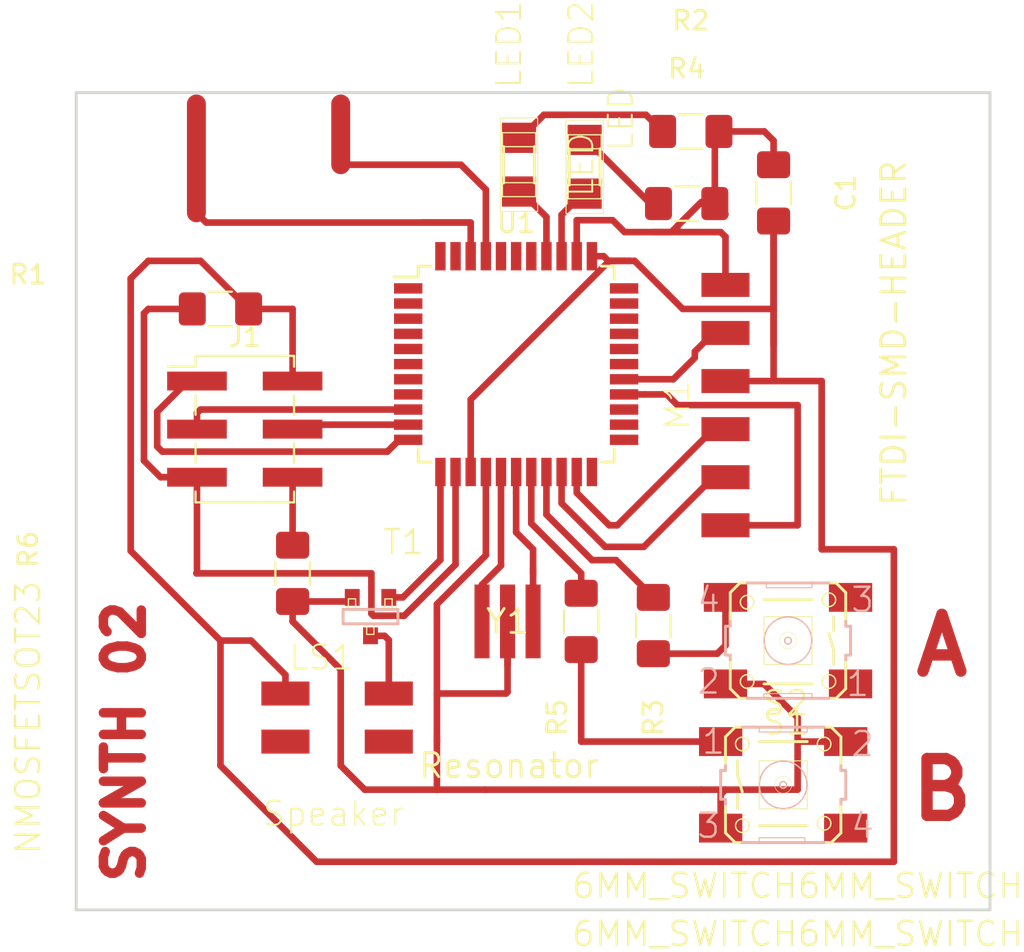
<source format=kicad_pcb>
(kicad_pcb (version 20171130) (host pcbnew 5.0.1)

  (general
    (thickness 1.6)
    (drawings 7)
    (tracks 181)
    (zones 0)
    (modules 17)
    (nets 50)
  )

  (page A4)
  (title_block
    (title "DXH Synth 01")
  )

  (layers
    (0 F.Cu signal)
    (31 B.Cu signal)
    (32 B.Adhes user)
    (33 F.Adhes user)
    (34 B.Paste user)
    (35 F.Paste user)
    (36 B.SilkS user)
    (37 F.SilkS user)
    (38 B.Mask user)
    (39 F.Mask user hide)
    (40 Dwgs.User user)
    (41 Cmts.User user)
    (42 Eco1.User user)
    (43 Eco2.User user)
    (44 Edge.Cuts user)
    (45 Margin user)
    (46 B.CrtYd user)
    (47 F.CrtYd user)
    (48 B.Fab user)
    (49 F.Fab user)
  )

  (setup
    (last_trace_width 0.35)
    (trace_clearance 0.35)
    (zone_clearance 0.508)
    (zone_45_only no)
    (trace_min 0.2)
    (segment_width 0.2)
    (edge_width 0.15)
    (via_size 0.8)
    (via_drill 0.4)
    (via_min_size 0.4)
    (via_min_drill 0.3)
    (uvia_size 0.3)
    (uvia_drill 0.1)
    (uvias_allowed no)
    (uvia_min_size 0.2)
    (uvia_min_drill 0.1)
    (pcb_text_width 0.3)
    (pcb_text_size 1.5 1.5)
    (mod_edge_width 0.15)
    (mod_text_size 1 1)
    (mod_text_width 0.15)
    (pad_size 1.524 1.524)
    (pad_drill 0.762)
    (pad_to_mask_clearance 0.2)
    (solder_mask_min_width 0.25)
    (aux_axis_origin 0 0)
    (visible_elements 7FFFFFFF)
    (pcbplotparams
      (layerselection 0x010fc_ffffffff)
      (usegerberextensions false)
      (usegerberattributes false)
      (usegerberadvancedattributes false)
      (creategerberjobfile false)
      (excludeedgelayer true)
      (linewidth 0.100000)
      (plotframeref false)
      (viasonmask false)
      (mode 1)
      (useauxorigin false)
      (hpglpennumber 1)
      (hpglpenspeed 20)
      (hpglpendiameter 15.000000)
      (psnegative false)
      (psa4output false)
      (plotreference true)
      (plotvalue true)
      (plotinvisibletext false)
      (padsonsilk false)
      (subtractmaskfromsilk false)
      (outputformat 1)
      (mirror false)
      (drillshape 1)
      (scaleselection 1)
      (outputdirectory "./"))
  )

  (net 0 "")
  (net 1 +5V)
  (net 2 /LED1)
  (net 3 /MOSI)
  (net 4 /MISO)
  (net 5 /SCK)
  (net 6 "Net-(S1-Pad1)")
  (net 7 "Net-(S1-Pad3)")
  (net 8 "Net-(R3-Pad2)")
  (net 9 /LED2)
  (net 10 "Net-(R5-Pad2)")
  (net 11 "Net-(S2-Pad1)")
  (net 12 "Net-(S2-Pad3)")
  (net 13 Earth)
  (net 14 /XTAL1)
  (net 15 /XTAL2)
  (net 16 "Net-(LS1-Pad2)")
  (net 17 /SPEAKER)
  (net 18 /SWITCH1)
  (net 19 "Net-(LED1-Pad2)")
  (net 20 "Net-(LED2-Pad2)")
  (net 21 /RESET)
  (net 22 /CTS)
  (net 23 /TXD)
  (net 24 /RXD)
  (net 25 /RTS)
  (net 26 /SWITCH2)
  (net 27 "Net-(U1-Pad1)")
  (net 28 "Net-(U1-Pad2)")
  (net 29 "Net-(U1-Pad3)")
  (net 30 "Net-(U1-Pad4)")
  (net 31 "Net-(U1-Pad5)")
  (net 32 "Net-(U1-Pad6)")
  (net 33 "Net-(U1-Pad7)")
  (net 34 /SS)
  (net 35 "Net-(U1-Pad24)")
  (net 36 "Net-(U1-Pad28)")
  (net 37 "Net-(U1-Pad29)")
  (net 38 "Net-(U1-Pad30)")
  (net 39 "Net-(U1-Pad31)")
  (net 40 "Net-(U1-Pad32)")
  (net 41 "Net-(U1-Pad33)")
  (net 42 "Net-(U1-Pad38)")
  (net 43 "Net-(U1-Pad39)")
  (net 44 "Net-(U1-Pad40)")
  (net 45 "Net-(U1-Pad41)")
  (net 46 "Net-(U1-Pad42)")
  (net 47 "Net-(J1-Pad6)")
  (net 48 "Net-(U1-Pad22)")
  (net 49 "Net-(U1-Pad25)")

  (net_class Default "This is the default net class."
    (clearance 0.35)
    (trace_width 0.35)
    (via_dia 0.8)
    (via_drill 0.4)
    (uvia_dia 0.3)
    (uvia_drill 0.1)
    (diff_pair_gap 0.25)
    (diff_pair_width 0.4)
    (add_net +5V)
    (add_net /CTS)
    (add_net /LED1)
    (add_net /LED2)
    (add_net /MISO)
    (add_net /MOSI)
    (add_net /RESET)
    (add_net /RTS)
    (add_net /RXD)
    (add_net /SCK)
    (add_net /SPEAKER)
    (add_net /SS)
    (add_net /SWITCH1)
    (add_net /SWITCH2)
    (add_net /TXD)
    (add_net /XTAL1)
    (add_net /XTAL2)
    (add_net Earth)
    (add_net "Net-(J1-Pad6)")
    (add_net "Net-(LED1-Pad2)")
    (add_net "Net-(LED2-Pad2)")
    (add_net "Net-(LS1-Pad2)")
    (add_net "Net-(R3-Pad2)")
    (add_net "Net-(R5-Pad2)")
    (add_net "Net-(S1-Pad1)")
    (add_net "Net-(S1-Pad3)")
    (add_net "Net-(S2-Pad1)")
    (add_net "Net-(S2-Pad3)")
    (add_net "Net-(U1-Pad1)")
    (add_net "Net-(U1-Pad2)")
    (add_net "Net-(U1-Pad22)")
    (add_net "Net-(U1-Pad24)")
    (add_net "Net-(U1-Pad25)")
    (add_net "Net-(U1-Pad28)")
    (add_net "Net-(U1-Pad29)")
    (add_net "Net-(U1-Pad3)")
    (add_net "Net-(U1-Pad30)")
    (add_net "Net-(U1-Pad31)")
    (add_net "Net-(U1-Pad32)")
    (add_net "Net-(U1-Pad33)")
    (add_net "Net-(U1-Pad38)")
    (add_net "Net-(U1-Pad39)")
    (add_net "Net-(U1-Pad4)")
    (add_net "Net-(U1-Pad40)")
    (add_net "Net-(U1-Pad41)")
    (add_net "Net-(U1-Pad42)")
    (add_net "Net-(U1-Pad5)")
    (add_net "Net-(U1-Pad6)")
    (add_net "Net-(U1-Pad7)")
  )

  (module Resistor_SMD:R_1206_3216Metric_Pad1.42x1.75mm_HandSolder (layer F.Cu) (tedit 5B301BBD) (tstamp 5BEB715E)
    (at 191.20734 93.491607)
    (descr "Resistor SMD 1206 (3216 Metric), square (rectangular) end terminal, IPC_7351 nominal with elongated pad for handsoldering. (Body size source: http://www.tortai-tech.com/upload/download/2011102023233369053.pdf), generated with kicad-footprint-generator")
    (tags "resistor handsolder")
    (path /5BB6EA41)
    (attr smd)
    (fp_text reference R2 (at 0 -5.861607) (layer F.SilkS)
      (effects (font (size 1 1) (thickness 0.15)))
    )
    (fp_text value 100k (at 3.10266 -5.861607) (layer F.Fab)
      (effects (font (size 1 1) (thickness 0.15)))
    )
    (fp_text user %R (at 0 0) (layer F.Fab)
      (effects (font (size 0.8 0.8) (thickness 0.12)))
    )
    (fp_line (start 2.45 1.12) (end -2.45 1.12) (layer F.CrtYd) (width 0.05))
    (fp_line (start 2.45 -1.12) (end 2.45 1.12) (layer F.CrtYd) (width 0.05))
    (fp_line (start -2.45 -1.12) (end 2.45 -1.12) (layer F.CrtYd) (width 0.05))
    (fp_line (start -2.45 1.12) (end -2.45 -1.12) (layer F.CrtYd) (width 0.05))
    (fp_line (start -0.602064 0.91) (end 0.602064 0.91) (layer F.SilkS) (width 0.12))
    (fp_line (start -0.602064 -0.91) (end 0.602064 -0.91) (layer F.SilkS) (width 0.12))
    (fp_line (start 1.6 0.8) (end -1.6 0.8) (layer F.Fab) (width 0.1))
    (fp_line (start 1.6 -0.8) (end 1.6 0.8) (layer F.Fab) (width 0.1))
    (fp_line (start -1.6 -0.8) (end 1.6 -0.8) (layer F.Fab) (width 0.1))
    (fp_line (start -1.6 0.8) (end -1.6 -0.8) (layer F.Fab) (width 0.1))
    (pad 2 smd roundrect (at 1.4875 0) (size 1.425 1.75) (layers F.Cu F.Paste F.Mask) (roundrect_rratio 0.175439)
      (net 13 Earth))
    (pad 1 smd roundrect (at -1.4875 0) (size 1.425 1.75) (layers F.Cu F.Paste F.Mask) (roundrect_rratio 0.175439)
      (net 19 "Net-(LED1-Pad2)"))
    (model ${KISYS3DMOD}/Resistor_SMD.3dshapes/R_1206_3216Metric.wrl
      (at (xyz 0 0 0))
      (scale (xyz 1 1 1))
      (rotate (xyz 0 0 0))
    )
  )

  (module Connector_PinHeader_2.54mm:PinHeader_2x03_P2.54mm_Vertical_SMD (layer F.Cu) (tedit 59FED5CC) (tstamp 5BEB7102)
    (at 167.655 109.22)
    (descr "surface-mounted straight pin header, 2x03, 2.54mm pitch, double rows")
    (tags "Surface mounted pin header SMD 2x03 2.54mm double row")
    (path /5BB66480)
    (attr smd)
    (fp_text reference J1 (at 0 -4.87) (layer F.SilkS)
      (effects (font (size 1 1) (thickness 0.15)))
    )
    (fp_text value AVR-ISP-6 (at -10.175 0 90) (layer F.Fab)
      (effects (font (size 1 1) (thickness 0.15)))
    )
    (fp_line (start 2.54 3.81) (end -2.54 3.81) (layer F.Fab) (width 0.1))
    (fp_line (start -1.59 -3.81) (end 2.54 -3.81) (layer F.Fab) (width 0.1))
    (fp_line (start -2.54 3.81) (end -2.54 -2.86) (layer F.Fab) (width 0.1))
    (fp_line (start -2.54 -2.86) (end -1.59 -3.81) (layer F.Fab) (width 0.1))
    (fp_line (start 2.54 -3.81) (end 2.54 3.81) (layer F.Fab) (width 0.1))
    (fp_line (start -2.54 -2.86) (end -3.6 -2.86) (layer F.Fab) (width 0.1))
    (fp_line (start -3.6 -2.86) (end -3.6 -2.22) (layer F.Fab) (width 0.1))
    (fp_line (start -3.6 -2.22) (end -2.54 -2.22) (layer F.Fab) (width 0.1))
    (fp_line (start 2.54 -2.86) (end 3.6 -2.86) (layer F.Fab) (width 0.1))
    (fp_line (start 3.6 -2.86) (end 3.6 -2.22) (layer F.Fab) (width 0.1))
    (fp_line (start 3.6 -2.22) (end 2.54 -2.22) (layer F.Fab) (width 0.1))
    (fp_line (start -2.54 -0.32) (end -3.6 -0.32) (layer F.Fab) (width 0.1))
    (fp_line (start -3.6 -0.32) (end -3.6 0.32) (layer F.Fab) (width 0.1))
    (fp_line (start -3.6 0.32) (end -2.54 0.32) (layer F.Fab) (width 0.1))
    (fp_line (start 2.54 -0.32) (end 3.6 -0.32) (layer F.Fab) (width 0.1))
    (fp_line (start 3.6 -0.32) (end 3.6 0.32) (layer F.Fab) (width 0.1))
    (fp_line (start 3.6 0.32) (end 2.54 0.32) (layer F.Fab) (width 0.1))
    (fp_line (start -2.54 2.22) (end -3.6 2.22) (layer F.Fab) (width 0.1))
    (fp_line (start -3.6 2.22) (end -3.6 2.86) (layer F.Fab) (width 0.1))
    (fp_line (start -3.6 2.86) (end -2.54 2.86) (layer F.Fab) (width 0.1))
    (fp_line (start 2.54 2.22) (end 3.6 2.22) (layer F.Fab) (width 0.1))
    (fp_line (start 3.6 2.22) (end 3.6 2.86) (layer F.Fab) (width 0.1))
    (fp_line (start 3.6 2.86) (end 2.54 2.86) (layer F.Fab) (width 0.1))
    (fp_line (start -2.6 -3.87) (end 2.6 -3.87) (layer F.SilkS) (width 0.12))
    (fp_line (start -2.6 3.87) (end 2.6 3.87) (layer F.SilkS) (width 0.12))
    (fp_line (start -4.04 -3.3) (end -2.6 -3.3) (layer F.SilkS) (width 0.12))
    (fp_line (start -2.6 -3.87) (end -2.6 -3.3) (layer F.SilkS) (width 0.12))
    (fp_line (start 2.6 -3.87) (end 2.6 -3.3) (layer F.SilkS) (width 0.12))
    (fp_line (start -2.6 3.3) (end -2.6 3.87) (layer F.SilkS) (width 0.12))
    (fp_line (start 2.6 3.3) (end 2.6 3.87) (layer F.SilkS) (width 0.12))
    (fp_line (start -2.6 -1.78) (end -2.6 -0.76) (layer F.SilkS) (width 0.12))
    (fp_line (start 2.6 -1.78) (end 2.6 -0.76) (layer F.SilkS) (width 0.12))
    (fp_line (start -2.6 0.76) (end -2.6 1.78) (layer F.SilkS) (width 0.12))
    (fp_line (start 2.6 0.76) (end 2.6 1.78) (layer F.SilkS) (width 0.12))
    (fp_line (start -5.9 -4.35) (end -5.9 4.35) (layer F.CrtYd) (width 0.05))
    (fp_line (start -5.9 4.35) (end 5.9 4.35) (layer F.CrtYd) (width 0.05))
    (fp_line (start 5.9 4.35) (end 5.9 -4.35) (layer F.CrtYd) (width 0.05))
    (fp_line (start 5.9 -4.35) (end -5.9 -4.35) (layer F.CrtYd) (width 0.05))
    (fp_text user %R (at 0 0 90) (layer F.Fab)
      (effects (font (size 1 1) (thickness 0.15)))
    )
    (pad 1 smd rect (at -2.525 -2.54) (size 3.15 1) (layers F.Cu F.Paste F.Mask)
      (net 4 /MISO))
    (pad 2 smd rect (at 2.525 -2.54) (size 3.15 1) (layers F.Cu F.Paste F.Mask)
      (net 1 +5V))
    (pad 3 smd rect (at -2.525 0) (size 3.15 1) (layers F.Cu F.Paste F.Mask)
      (net 5 /SCK))
    (pad 4 smd rect (at 2.525 0) (size 3.15 1) (layers F.Cu F.Paste F.Mask)
      (net 3 /MOSI))
    (pad 5 smd rect (at -2.525 2.54) (size 3.15 1) (layers F.Cu F.Paste F.Mask)
      (net 21 /RESET))
    (pad 6 smd rect (at 2.525 2.54) (size 3.15 1) (layers F.Cu F.Paste F.Mask)
      (net 47 "Net-(J1-Pad6)"))
    (model ${KISYS3DMOD}/Connector_PinHeader_2.54mm.3dshapes/PinHeader_2x03_P2.54mm_Vertical_SMD.wrl
      (at (xyz 0 0 0))
      (scale (xyz 1 1 1))
      (rotate (xyz 0 0 0))
    )
  )

  (module Capacitor_SMD:C_1206_3216Metric_Pad1.42x1.75mm_HandSolder (layer F.Cu) (tedit 5B301BBE) (tstamp 5BEB70D1)
    (at 195.58 96.7375 90)
    (descr "Capacitor SMD 1206 (3216 Metric), square (rectangular) end terminal, IPC_7351 nominal with elongated pad for handsoldering. (Body size source: http://www.tortai-tech.com/upload/download/2011102023233369053.pdf), generated with kicad-footprint-generator")
    (tags "capacitor handsolder")
    (path /5BB665F6)
    (attr smd)
    (fp_text reference C1 (at 0 3.81 90) (layer F.SilkS)
      (effects (font (size 1 1) (thickness 0.15)))
    )
    (fp_text value "1 uF" (at 0 1.82 90) (layer F.Fab)
      (effects (font (size 1 1) (thickness 0.15)))
    )
    (fp_text user %R (at 0.164999 -0.615001 90) (layer F.Fab)
      (effects (font (size 0.8 0.8) (thickness 0.12)))
    )
    (fp_line (start 2.45 1.12) (end -2.45 1.12) (layer F.CrtYd) (width 0.05))
    (fp_line (start 2.45 -1.12) (end 2.45 1.12) (layer F.CrtYd) (width 0.05))
    (fp_line (start -2.45 -1.12) (end 2.45 -1.12) (layer F.CrtYd) (width 0.05))
    (fp_line (start -2.45 1.12) (end -2.45 -1.12) (layer F.CrtYd) (width 0.05))
    (fp_line (start -0.602064 0.91) (end 0.602064 0.91) (layer F.SilkS) (width 0.12))
    (fp_line (start -0.602064 -0.91) (end 0.602064 -0.91) (layer F.SilkS) (width 0.12))
    (fp_line (start 1.6 0.8) (end -1.6 0.8) (layer F.Fab) (width 0.1))
    (fp_line (start 1.6 -0.8) (end 1.6 0.8) (layer F.Fab) (width 0.1))
    (fp_line (start -1.6 -0.8) (end 1.6 -0.8) (layer F.Fab) (width 0.1))
    (fp_line (start -1.6 0.8) (end -1.6 -0.8) (layer F.Fab) (width 0.1))
    (pad 2 smd roundrect (at 1.4875 0 90) (size 1.425 1.75) (layers F.Cu F.Paste F.Mask) (roundrect_rratio 0.175439)
      (net 13 Earth))
    (pad 1 smd roundrect (at -1.4875 0 90) (size 1.425 1.75) (layers F.Cu F.Paste F.Mask) (roundrect_rratio 0.175439)
      (net 1 +5V))
    (model ${KISYS3DMOD}/Capacitor_SMD.3dshapes/C_1206_3216Metric.wrl
      (at (xyz 0 0 0))
      (scale (xyz 1 1 1))
      (rotate (xyz 0 0 0))
    )
  )

  (module fab:fab-LED1206 (layer F.Cu) (tedit 200000) (tstamp 5BEB7116)
    (at 182.138099 95.247313 90)
    (descr "LED 1206 PADS (STANDARD PATTERN)")
    (tags "LED 1206 PADS (STANDARD PATTERN)")
    (path /5BB6E9C2)
    (attr smd)
    (fp_text reference LED1 (at 6.347313 -0.528099 90) (layer F.SilkS)
      (effects (font (size 1.27 1.27) (thickness 0.1016)))
    )
    (fp_text value LED (at -0.002687 3.281901 90) (layer F.SilkS)
      (effects (font (size 1.27 1.27) (thickness 0.1016)))
    )
    (fp_line (start -1.6891 0.8763) (end -0.9525 0.8763) (layer F.SilkS) (width 0.06604))
    (fp_line (start -0.9525 0.8763) (end -0.9525 -0.8763) (layer F.SilkS) (width 0.06604))
    (fp_line (start -1.6891 -0.8763) (end -0.9525 -0.8763) (layer F.SilkS) (width 0.06604))
    (fp_line (start -1.6891 0.8763) (end -1.6891 -0.8763) (layer F.SilkS) (width 0.06604))
    (fp_line (start 0.9525 0.8763) (end 1.6891 0.8763) (layer F.SilkS) (width 0.06604))
    (fp_line (start 1.6891 0.8763) (end 1.6891 -0.8763) (layer F.SilkS) (width 0.06604))
    (fp_line (start 0.9525 -0.8763) (end 1.6891 -0.8763) (layer F.SilkS) (width 0.06604))
    (fp_line (start 0.9525 0.8763) (end 0.9525 -0.8763) (layer F.SilkS) (width 0.06604))
    (fp_line (start 0.9525 0.8128) (end -0.9652 0.8128) (layer F.SilkS) (width 0.1524))
    (fp_line (start 0.9525 -0.8128) (end -0.9652 -0.8128) (layer F.SilkS) (width 0.1524))
    (fp_line (start -2.47142 -0.98298) (end 2.47142 -0.98298) (layer F.SilkS) (width 0.0508))
    (fp_line (start 2.47142 -0.98298) (end 2.47142 0.98298) (layer F.SilkS) (width 0.0508))
    (fp_line (start 2.47142 0.98298) (end -2.47142 0.98298) (layer F.SilkS) (width 0.0508))
    (fp_line (start -2.47142 0.98298) (end -2.47142 -0.98298) (layer F.SilkS) (width 0.0508))
    (pad 1 smd rect (at -1.41986 0 90) (size 1.59766 1.80086) (layers F.Cu F.Paste F.Mask)
      (net 2 /LED1))
    (pad 2 smd rect (at 1.41986 0 90) (size 1.59766 1.80086) (layers F.Cu F.Paste F.Mask)
      (net 19 "Net-(LED1-Pad2)"))
  )

  (module fab:fab-LED1206 (layer F.Cu) (tedit 200000) (tstamp 5BEB712A)
    (at 185.603486 95.357276 90)
    (descr "LED 1206 PADS (STANDARD PATTERN)")
    (tags "LED 1206 PADS (STANDARD PATTERN)")
    (path /5BD4E9C7)
    (attr smd)
    (fp_text reference LED2 (at 6.457276 -0.183486 90) (layer F.SilkS)
      (effects (font (size 1.27 1.27) (thickness 0.1016)))
    )
    (fp_text value LED (at 2.54 1.905 90) (layer F.SilkS)
      (effects (font (size 1.27 1.27) (thickness 0.1016)))
    )
    (fp_line (start -2.47142 0.98298) (end -2.47142 -0.98298) (layer F.SilkS) (width 0.0508))
    (fp_line (start 2.47142 0.98298) (end -2.47142 0.98298) (layer F.SilkS) (width 0.0508))
    (fp_line (start 2.47142 -0.98298) (end 2.47142 0.98298) (layer F.SilkS) (width 0.0508))
    (fp_line (start -2.47142 -0.98298) (end 2.47142 -0.98298) (layer F.SilkS) (width 0.0508))
    (fp_line (start 0.9525 -0.8128) (end -0.9652 -0.8128) (layer F.SilkS) (width 0.1524))
    (fp_line (start 0.9525 0.8128) (end -0.9652 0.8128) (layer F.SilkS) (width 0.1524))
    (fp_line (start 0.9525 0.8763) (end 0.9525 -0.8763) (layer F.SilkS) (width 0.06604))
    (fp_line (start 0.9525 -0.8763) (end 1.6891 -0.8763) (layer F.SilkS) (width 0.06604))
    (fp_line (start 1.6891 0.8763) (end 1.6891 -0.8763) (layer F.SilkS) (width 0.06604))
    (fp_line (start 0.9525 0.8763) (end 1.6891 0.8763) (layer F.SilkS) (width 0.06604))
    (fp_line (start -1.6891 0.8763) (end -1.6891 -0.8763) (layer F.SilkS) (width 0.06604))
    (fp_line (start -1.6891 -0.8763) (end -0.9525 -0.8763) (layer F.SilkS) (width 0.06604))
    (fp_line (start -0.9525 0.8763) (end -0.9525 -0.8763) (layer F.SilkS) (width 0.06604))
    (fp_line (start -1.6891 0.8763) (end -0.9525 0.8763) (layer F.SilkS) (width 0.06604))
    (pad 2 smd rect (at 1.41986 0 90) (size 1.59766 1.80086) (layers F.Cu F.Paste F.Mask)
      (net 20 "Net-(LED2-Pad2)"))
    (pad 1 smd rect (at -1.41986 0 90) (size 1.59766 1.80086) (layers F.Cu F.Paste F.Mask)
      (net 9 /LED2))
  )

  (module fab:fab-2X02SMD (layer F.Cu) (tedit 200000) (tstamp 5BEB7132)
    (at 172.34154 124.46)
    (path /5BD39ECD)
    (attr smd)
    (fp_text reference LS1 (at -0.635 -3.175) (layer F.SilkS)
      (effects (font (size 1.27 1.27) (thickness 0.1016)))
    )
    (fp_text value Speaker (at 0 5.08) (layer F.SilkS)
      (effects (font (size 1.27 1.27) (thickness 0.1016)))
    )
    (pad 1 smd rect (at -2.54 -1.27) (size 2.54 1.27) (layers F.Cu F.Paste F.Mask)
      (net 1 +5V))
    (pad 2 smd rect (at 2.91846 -1.27) (size 2.54 1.27) (layers F.Cu F.Paste F.Mask)
      (net 16 "Net-(LS1-Pad2)"))
    (pad 3 smd rect (at -2.54 1.27) (size 2.54 1.27) (layers F.Cu F.Paste F.Mask))
    (pad 4 smd rect (at 2.91846 1.27) (size 2.54 1.27) (layers F.Cu F.Paste F.Mask))
  )

  (module fab:fab-1X06SMD (layer F.Cu) (tedit 200000) (tstamp 5BEB713C)
    (at 193.04 107.95)
    (path /5BB6A60E)
    (attr smd)
    (fp_text reference M1 (at -2.54 0 90) (layer F.SilkS)
      (effects (font (size 1.27 1.27) (thickness 0.1016)))
    )
    (fp_text value FTDI-SMD-HEADER (at 8.89 -3.81 270) (layer F.SilkS)
      (effects (font (size 1.27 1.27) (thickness 0.15)))
    )
    (pad 1 smd rect (at 0 -6.35) (size 2.54 1.27) (layers F.Cu F.Paste F.Mask)
      (net 13 Earth))
    (pad 2 smd rect (at 0 -3.81) (size 2.54 1.27) (layers F.Cu F.Paste F.Mask)
      (net 22 /CTS))
    (pad 3 smd rect (at 0 -1.27) (size 2.54 1.27) (layers F.Cu F.Paste F.Mask)
      (net 1 +5V))
    (pad 4 smd rect (at 0 1.27) (size 2.54 1.27) (layers F.Cu F.Paste F.Mask)
      (net 23 /TXD))
    (pad 5 smd rect (at 0 3.81) (size 2.54 1.27) (layers F.Cu F.Paste F.Mask)
      (net 24 /RXD))
    (pad 6 smd rect (at 0 6.35) (size 2.54 1.27) (layers F.Cu F.Paste F.Mask)
      (net 25 /RTS))
  )

  (module Resistor_SMD:R_1206_3216Metric_Pad1.42x1.75mm_HandSolder (layer F.Cu) (tedit 5B301BBD) (tstamp 5BEB714D)
    (at 166.37 102.87)
    (descr "Resistor SMD 1206 (3216 Metric), square (rectangular) end terminal, IPC_7351 nominal with elongated pad for handsoldering. (Body size source: http://www.tortai-tech.com/upload/download/2011102023233369053.pdf), generated with kicad-footprint-generator")
    (tags "resistor handsolder")
    (path /5BB652E2)
    (attr smd)
    (fp_text reference R1 (at -10.16 -1.82) (layer F.SilkS)
      (effects (font (size 1 1) (thickness 0.15)))
    )
    (fp_text value 10k (at -10.16 0) (layer F.Fab)
      (effects (font (size 1 1) (thickness 0.15)))
    )
    (fp_line (start -1.6 0.8) (end -1.6 -0.8) (layer F.Fab) (width 0.1))
    (fp_line (start -1.6 -0.8) (end 1.6 -0.8) (layer F.Fab) (width 0.1))
    (fp_line (start 1.6 -0.8) (end 1.6 0.8) (layer F.Fab) (width 0.1))
    (fp_line (start 1.6 0.8) (end -1.6 0.8) (layer F.Fab) (width 0.1))
    (fp_line (start -0.602064 -0.91) (end 0.602064 -0.91) (layer F.SilkS) (width 0.12))
    (fp_line (start -0.602064 0.91) (end 0.602064 0.91) (layer F.SilkS) (width 0.12))
    (fp_line (start -2.45 1.12) (end -2.45 -1.12) (layer F.CrtYd) (width 0.05))
    (fp_line (start -2.45 -1.12) (end 2.45 -1.12) (layer F.CrtYd) (width 0.05))
    (fp_line (start 2.45 -1.12) (end 2.45 1.12) (layer F.CrtYd) (width 0.05))
    (fp_line (start 2.45 1.12) (end -2.45 1.12) (layer F.CrtYd) (width 0.05))
    (fp_text user %R (at 0 0) (layer F.Fab)
      (effects (font (size 0.8 0.8) (thickness 0.12)))
    )
    (pad 1 smd roundrect (at -1.4875 0) (size 1.425 1.75) (layers F.Cu F.Paste F.Mask) (roundrect_rratio 0.175439)
      (net 21 /RESET))
    (pad 2 smd roundrect (at 1.4875 0) (size 1.425 1.75) (layers F.Cu F.Paste F.Mask) (roundrect_rratio 0.175439)
      (net 1 +5V))
    (model ${KISYS3DMOD}/Resistor_SMD.3dshapes/R_1206_3216Metric.wrl
      (at (xyz 0 0 0))
      (scale (xyz 1 1 1))
      (rotate (xyz 0 0 0))
    )
  )

  (module Resistor_SMD:R_1206_3216Metric_Pad1.42x1.75mm_HandSolder (layer F.Cu) (tedit 5B301BBD) (tstamp 5BEB716F)
    (at 189.23 119.5975 270)
    (descr "Resistor SMD 1206 (3216 Metric), square (rectangular) end terminal, IPC_7351 nominal with elongated pad for handsoldering. (Body size source: http://www.tortai-tech.com/upload/download/2011102023233369053.pdf), generated with kicad-footprint-generator")
    (tags "resistor handsolder")
    (path /5BB8B977)
    (attr smd)
    (fp_text reference R3 (at 4.8625 0 270) (layer F.SilkS)
      (effects (font (size 1 1) (thickness 0.15)))
    )
    (fp_text value 100k (at 3.5925 0) (layer F.Fab)
      (effects (font (size 1 1) (thickness 0.15)))
    )
    (fp_line (start -1.6 0.8) (end -1.6 -0.8) (layer F.Fab) (width 0.1))
    (fp_line (start -1.6 -0.8) (end 1.6 -0.8) (layer F.Fab) (width 0.1))
    (fp_line (start 1.6 -0.8) (end 1.6 0.8) (layer F.Fab) (width 0.1))
    (fp_line (start 1.6 0.8) (end -1.6 0.8) (layer F.Fab) (width 0.1))
    (fp_line (start -0.602064 -0.91) (end 0.602064 -0.91) (layer F.SilkS) (width 0.12))
    (fp_line (start -0.602064 0.91) (end 0.602064 0.91) (layer F.SilkS) (width 0.12))
    (fp_line (start -2.45 1.12) (end -2.45 -1.12) (layer F.CrtYd) (width 0.05))
    (fp_line (start -2.45 -1.12) (end 2.45 -1.12) (layer F.CrtYd) (width 0.05))
    (fp_line (start 2.45 -1.12) (end 2.45 1.12) (layer F.CrtYd) (width 0.05))
    (fp_line (start 2.45 1.12) (end -2.45 1.12) (layer F.CrtYd) (width 0.05))
    (fp_text user %R (at 0 0 270) (layer F.Fab)
      (effects (font (size 0.8 0.8) (thickness 0.12)))
    )
    (pad 1 smd roundrect (at -1.4875 0 270) (size 1.425 1.75) (layers F.Cu F.Paste F.Mask) (roundrect_rratio 0.175439)
      (net 26 /SWITCH2))
    (pad 2 smd roundrect (at 1.4875 0 270) (size 1.425 1.75) (layers F.Cu F.Paste F.Mask) (roundrect_rratio 0.175439)
      (net 8 "Net-(R3-Pad2)"))
    (model ${KISYS3DMOD}/Resistor_SMD.3dshapes/R_1206_3216Metric.wrl
      (at (xyz 0 0 0))
      (scale (xyz 1 1 1))
      (rotate (xyz 0 0 0))
    )
  )

  (module Resistor_SMD:R_1206_3216Metric_Pad1.42x1.75mm_HandSolder (layer F.Cu) (tedit 5B301BBD) (tstamp 5BEB7180)
    (at 190.98984 97.301607)
    (descr "Resistor SMD 1206 (3216 Metric), square (rectangular) end terminal, IPC_7351 nominal with elongated pad for handsoldering. (Body size source: http://www.tortai-tech.com/upload/download/2011102023233369053.pdf), generated with kicad-footprint-generator")
    (tags "resistor handsolder")
    (path /5BD4E9CE)
    (attr smd)
    (fp_text reference R4 (at 0 -7.131607) (layer F.SilkS)
      (effects (font (size 1 1) (thickness 0.15)))
    )
    (fp_text value 100k (at 3.32016 -7.131607) (layer F.Fab)
      (effects (font (size 1 1) (thickness 0.15)))
    )
    (fp_text user %R (at 0 0) (layer F.Fab)
      (effects (font (size 0.8 0.8) (thickness 0.12)))
    )
    (fp_line (start 2.45 1.12) (end -2.45 1.12) (layer F.CrtYd) (width 0.05))
    (fp_line (start 2.45 -1.12) (end 2.45 1.12) (layer F.CrtYd) (width 0.05))
    (fp_line (start -2.45 -1.12) (end 2.45 -1.12) (layer F.CrtYd) (width 0.05))
    (fp_line (start -2.45 1.12) (end -2.45 -1.12) (layer F.CrtYd) (width 0.05))
    (fp_line (start -0.602064 0.91) (end 0.602064 0.91) (layer F.SilkS) (width 0.12))
    (fp_line (start -0.602064 -0.91) (end 0.602064 -0.91) (layer F.SilkS) (width 0.12))
    (fp_line (start 1.6 0.8) (end -1.6 0.8) (layer F.Fab) (width 0.1))
    (fp_line (start 1.6 -0.8) (end 1.6 0.8) (layer F.Fab) (width 0.1))
    (fp_line (start -1.6 -0.8) (end 1.6 -0.8) (layer F.Fab) (width 0.1))
    (fp_line (start -1.6 0.8) (end -1.6 -0.8) (layer F.Fab) (width 0.1))
    (pad 2 smd roundrect (at 1.4875 0) (size 1.425 1.75) (layers F.Cu F.Paste F.Mask) (roundrect_rratio 0.175439)
      (net 13 Earth))
    (pad 1 smd roundrect (at -1.4875 0) (size 1.425 1.75) (layers F.Cu F.Paste F.Mask) (roundrect_rratio 0.175439)
      (net 20 "Net-(LED2-Pad2)"))
    (model ${KISYS3DMOD}/Resistor_SMD.3dshapes/R_1206_3216Metric.wrl
      (at (xyz 0 0 0))
      (scale (xyz 1 1 1))
      (rotate (xyz 0 0 0))
    )
  )

  (module Resistor_SMD:R_1206_3216Metric_Pad1.42x1.75mm_HandSolder (layer F.Cu) (tedit 5B301BBD) (tstamp 5BEB7191)
    (at 185.42 119.38 270)
    (descr "Resistor SMD 1206 (3216 Metric), square (rectangular) end terminal, IPC_7351 nominal with elongated pad for handsoldering. (Body size source: http://www.tortai-tech.com/upload/download/2011102023233369053.pdf), generated with kicad-footprint-generator")
    (tags "resistor handsolder")
    (path /5BD4F77E)
    (attr smd)
    (fp_text reference R5 (at 5.08 1.27 270) (layer F.SilkS)
      (effects (font (size 1 1) (thickness 0.15)))
    )
    (fp_text value 100k (at 3.81 0) (layer F.Fab)
      (effects (font (size 1 1) (thickness 0.15)))
    )
    (fp_line (start -1.6 0.8) (end -1.6 -0.8) (layer F.Fab) (width 0.1))
    (fp_line (start -1.6 -0.8) (end 1.6 -0.8) (layer F.Fab) (width 0.1))
    (fp_line (start 1.6 -0.8) (end 1.6 0.8) (layer F.Fab) (width 0.1))
    (fp_line (start 1.6 0.8) (end -1.6 0.8) (layer F.Fab) (width 0.1))
    (fp_line (start -0.602064 -0.91) (end 0.602064 -0.91) (layer F.SilkS) (width 0.12))
    (fp_line (start -0.602064 0.91) (end 0.602064 0.91) (layer F.SilkS) (width 0.12))
    (fp_line (start -2.45 1.12) (end -2.45 -1.12) (layer F.CrtYd) (width 0.05))
    (fp_line (start -2.45 -1.12) (end 2.45 -1.12) (layer F.CrtYd) (width 0.05))
    (fp_line (start 2.45 -1.12) (end 2.45 1.12) (layer F.CrtYd) (width 0.05))
    (fp_line (start 2.45 1.12) (end -2.45 1.12) (layer F.CrtYd) (width 0.05))
    (fp_text user %R (at 0 0 270) (layer F.Fab)
      (effects (font (size 0.8 0.8) (thickness 0.12)))
    )
    (pad 1 smd roundrect (at -1.4875 0 270) (size 1.425 1.75) (layers F.Cu F.Paste F.Mask) (roundrect_rratio 0.175439)
      (net 18 /SWITCH1))
    (pad 2 smd roundrect (at 1.4875 0 270) (size 1.425 1.75) (layers F.Cu F.Paste F.Mask) (roundrect_rratio 0.175439)
      (net 10 "Net-(R5-Pad2)"))
    (model ${KISYS3DMOD}/Resistor_SMD.3dshapes/R_1206_3216Metric.wrl
      (at (xyz 0 0 0))
      (scale (xyz 1 1 1))
      (rotate (xyz 0 0 0))
    )
  )

  (module fab:fab-6MM_SWITCH (layer F.Cu) (tedit 200000) (tstamp 5BEB71CF)
    (at 196.342 120.396 180)
    (descr "OMRON SWITCH")
    (tags "OMRON SWITCH")
    (path /5BB7076B)
    (attr smd)
    (fp_text reference S1 (at 0.127 -4.318 180) (layer F.SilkS)
      (effects (font (size 1.27 1.27) (thickness 0.127)))
    )
    (fp_text value 6MM_SWITCH6MM_SWITCH (at -0.508 -15.494 180) (layer F.SilkS)
      (effects (font (size 1.27 1.27) (thickness 0.127)))
    )
    (fp_line (start 3.302 0.762) (end 3.048 0.762) (layer B.SilkS) (width 0.1524))
    (fp_line (start 3.302 0.762) (end 3.302 -0.762) (layer B.SilkS) (width 0.1524))
    (fp_line (start 3.048 -0.762) (end 3.302 -0.762) (layer B.SilkS) (width 0.1524))
    (fp_line (start 3.048 -1.016) (end 3.048 -2.54) (layer F.SilkS) (width 0.1524))
    (fp_line (start -3.302 -0.762) (end -3.048 -0.762) (layer B.SilkS) (width 0.1524))
    (fp_line (start -3.302 -0.762) (end -3.302 0.762) (layer B.SilkS) (width 0.1524))
    (fp_line (start -3.048 0.762) (end -3.302 0.762) (layer B.SilkS) (width 0.1524))
    (fp_line (start 3.048 -2.54) (end 2.54 -3.048) (layer F.SilkS) (width 0.1524))
    (fp_line (start 2.54 3.048) (end 3.048 2.54) (layer F.SilkS) (width 0.1524))
    (fp_line (start 3.048 2.54) (end 3.048 1.016) (layer F.SilkS) (width 0.1524))
    (fp_line (start -2.54 -3.048) (end -3.048 -2.54) (layer F.SilkS) (width 0.1524))
    (fp_line (start -3.048 -2.54) (end -3.048 -1.016) (layer F.SilkS) (width 0.1524))
    (fp_line (start -2.54 3.048) (end -3.048 2.54) (layer F.SilkS) (width 0.1524))
    (fp_line (start -3.048 2.54) (end -3.048 1.016) (layer F.SilkS) (width 0.1524))
    (fp_line (start -1.27 -1.27) (end -1.27 1.27) (layer F.SilkS) (width 0.0508))
    (fp_line (start 1.27 1.27) (end -1.27 1.27) (layer F.SilkS) (width 0.0508))
    (fp_line (start 1.27 1.27) (end 1.27 -1.27) (layer F.SilkS) (width 0.0508))
    (fp_line (start -1.27 -1.27) (end 1.27 -1.27) (layer F.SilkS) (width 0.0508))
    (fp_line (start -1.27 -3.048) (end -1.27 -2.794) (layer B.SilkS) (width 0.0508))
    (fp_line (start 1.27 -2.794) (end -1.27 -2.794) (layer B.SilkS) (width 0.0508))
    (fp_line (start 1.27 -2.794) (end 1.27 -3.048) (layer B.SilkS) (width 0.0508))
    (fp_line (start 1.143 2.794) (end -1.27 2.794) (layer B.SilkS) (width 0.0508))
    (fp_line (start 1.143 2.794) (end 1.143 3.048) (layer B.SilkS) (width 0.0508))
    (fp_line (start -1.27 2.794) (end -1.27 3.048) (layer B.SilkS) (width 0.0508))
    (fp_line (start 2.54 3.048) (end 2.159 3.048) (layer F.SilkS) (width 0.1524))
    (fp_line (start -2.54 3.048) (end -2.159 3.048) (layer F.SilkS) (width 0.1524))
    (fp_line (start -2.159 3.048) (end -1.27 3.048) (layer B.SilkS) (width 0.1524))
    (fp_line (start -2.54 -3.048) (end -2.159 -3.048) (layer F.SilkS) (width 0.1524))
    (fp_line (start 2.54 -3.048) (end 2.159 -3.048) (layer F.SilkS) (width 0.1524))
    (fp_line (start 2.159 -3.048) (end 1.27 -3.048) (layer B.SilkS) (width 0.1524))
    (fp_line (start 1.27 -3.048) (end -1.27 -3.048) (layer B.SilkS) (width 0.1524))
    (fp_line (start -1.27 -3.048) (end -2.159 -3.048) (layer B.SilkS) (width 0.1524))
    (fp_line (start -1.27 3.048) (end 1.143 3.048) (layer B.SilkS) (width 0.1524))
    (fp_line (start 1.143 3.048) (end 2.159 3.048) (layer B.SilkS) (width 0.1524))
    (fp_line (start 3.048 0.762) (end 3.048 1.016) (layer B.SilkS) (width 0.1524))
    (fp_line (start 3.048 -0.762) (end 3.048 -1.016) (layer B.SilkS) (width 0.1524))
    (fp_line (start -3.048 0.762) (end -3.048 1.016) (layer B.SilkS) (width 0.1524))
    (fp_line (start -3.048 -0.762) (end -3.048 -1.016) (layer B.SilkS) (width 0.1524))
    (fp_line (start -1.27 2.159) (end 1.27 2.159) (layer F.SilkS) (width 0.1524))
    (fp_line (start 1.27 -2.286) (end -1.27 -2.286) (layer F.SilkS) (width 0.1524))
    (fp_line (start -2.413 -1.27) (end -2.413 -0.508) (layer F.SilkS) (width 0.1524))
    (fp_line (start -2.413 0.508) (end -2.413 1.27) (layer F.SilkS) (width 0.1524))
    (fp_line (start -2.413 -0.508) (end -2.159 0.381) (layer F.SilkS) (width 0.1524))
    (fp_circle (center 0 0) (end -0.889 0.889) (layer B.SilkS) (width 0.0762))
    (fp_circle (center -2.159 2.159) (end -2.413 2.413) (layer F.SilkS) (width 0.0762))
    (fp_circle (center 2.159 2.032) (end 2.413 2.286) (layer F.SilkS) (width 0.0762))
    (fp_circle (center 2.159 -2.159) (end 2.413 -2.413) (layer F.SilkS) (width 0.0762))
    (fp_circle (center -2.159 -2.159) (end -2.413 -2.413) (layer F.SilkS) (width 0.0762))
    (fp_circle (center 0 0) (end -0.3175 0.3175) (layer F.SilkS) (width 0.0254))
    (fp_circle (center 0 0) (end -0.127 0.127) (layer B.SilkS) (width 0.0762))
    (fp_text user 1 (at -3.683 -2.286 180) (layer B.SilkS)
      (effects (font (size 1.27 1.27) (thickness 0.127)))
    )
    (fp_text user 2 (at 4.191 -2.159 180) (layer B.SilkS)
      (effects (font (size 1.27 1.27) (thickness 0.127)))
    )
    (fp_text user 3 (at -3.937 2.159 180) (layer B.SilkS)
      (effects (font (size 1.27 1.27) (thickness 0.127)))
    )
    (fp_text user 4 (at 4.191 2.159 180) (layer B.SilkS)
      (effects (font (size 1.27 1.27) (thickness 0.127)))
    )
    (pad 1 smd rect (at -3.302 -2.286 180) (size 2.286 1.524) (layers F.Cu F.Paste F.Mask)
      (net 6 "Net-(S1-Pad1)"))
    (pad 2 smd rect (at 3.302 -2.286 180) (size 2.286 1.524) (layers F.Cu F.Paste F.Mask)
      (net 13 Earth))
    (pad 3 smd rect (at -3.302 2.286 180) (size 2.286 1.524) (layers F.Cu F.Paste F.Mask)
      (net 7 "Net-(S1-Pad3)"))
    (pad 4 smd rect (at 3.302 2.286 180) (size 2.286 1.524) (layers F.Cu F.Paste F.Mask)
      (net 8 "Net-(R3-Pad2)"))
  )

  (module fab:fab-6MM_SWITCH (layer F.Cu) (tedit 200000) (tstamp 5BEB720D)
    (at 196.088 128.016)
    (descr "OMRON SWITCH")
    (tags "OMRON SWITCH")
    (path /5BD4F771)
    (attr smd)
    (fp_text reference S2 (at 0.127 -4.318) (layer F.SilkS)
      (effects (font (size 1.27 1.27) (thickness 0.127)))
    )
    (fp_text value 6MM_SWITCH6MM_SWITCH (at 0.762 5.334) (layer F.SilkS)
      (effects (font (size 1.27 1.27) (thickness 0.127)))
    )
    (fp_text user 4 (at 4.191 2.159) (layer B.SilkS)
      (effects (font (size 1.27 1.27) (thickness 0.127)))
    )
    (fp_text user 3 (at -3.937 2.159) (layer B.SilkS)
      (effects (font (size 1.27 1.27) (thickness 0.127)))
    )
    (fp_text user 2 (at 4.191 -2.159) (layer B.SilkS)
      (effects (font (size 1.27 1.27) (thickness 0.127)))
    )
    (fp_text user 1 (at -3.683 -2.286) (layer B.SilkS)
      (effects (font (size 1.27 1.27) (thickness 0.127)))
    )
    (fp_circle (center 0 0) (end -0.127 0.127) (layer B.SilkS) (width 0.0762))
    (fp_circle (center 0 0) (end -0.3175 0.3175) (layer F.SilkS) (width 0.0254))
    (fp_circle (center -2.159 -2.159) (end -2.413 -2.413) (layer F.SilkS) (width 0.0762))
    (fp_circle (center 2.159 -2.159) (end 2.413 -2.413) (layer F.SilkS) (width 0.0762))
    (fp_circle (center 2.159 2.032) (end 2.413 2.286) (layer F.SilkS) (width 0.0762))
    (fp_circle (center -2.159 2.159) (end -2.413 2.413) (layer F.SilkS) (width 0.0762))
    (fp_circle (center 0 0) (end -0.889 0.889) (layer B.SilkS) (width 0.0762))
    (fp_line (start -2.413 -0.508) (end -2.159 0.381) (layer F.SilkS) (width 0.1524))
    (fp_line (start -2.413 0.508) (end -2.413 1.27) (layer F.SilkS) (width 0.1524))
    (fp_line (start -2.413 -1.27) (end -2.413 -0.508) (layer F.SilkS) (width 0.1524))
    (fp_line (start 1.27 -2.286) (end -1.27 -2.286) (layer F.SilkS) (width 0.1524))
    (fp_line (start -1.27 2.159) (end 1.27 2.159) (layer F.SilkS) (width 0.1524))
    (fp_line (start -3.048 -0.762) (end -3.048 -1.016) (layer B.SilkS) (width 0.1524))
    (fp_line (start -3.048 0.762) (end -3.048 1.016) (layer B.SilkS) (width 0.1524))
    (fp_line (start 3.048 -0.762) (end 3.048 -1.016) (layer B.SilkS) (width 0.1524))
    (fp_line (start 3.048 0.762) (end 3.048 1.016) (layer B.SilkS) (width 0.1524))
    (fp_line (start 1.143 3.048) (end 2.159 3.048) (layer B.SilkS) (width 0.1524))
    (fp_line (start -1.27 3.048) (end 1.143 3.048) (layer B.SilkS) (width 0.1524))
    (fp_line (start -1.27 -3.048) (end -2.159 -3.048) (layer B.SilkS) (width 0.1524))
    (fp_line (start 1.27 -3.048) (end -1.27 -3.048) (layer B.SilkS) (width 0.1524))
    (fp_line (start 2.159 -3.048) (end 1.27 -3.048) (layer B.SilkS) (width 0.1524))
    (fp_line (start 2.54 -3.048) (end 2.159 -3.048) (layer F.SilkS) (width 0.1524))
    (fp_line (start -2.54 -3.048) (end -2.159 -3.048) (layer F.SilkS) (width 0.1524))
    (fp_line (start -2.159 3.048) (end -1.27 3.048) (layer B.SilkS) (width 0.1524))
    (fp_line (start -2.54 3.048) (end -2.159 3.048) (layer F.SilkS) (width 0.1524))
    (fp_line (start 2.54 3.048) (end 2.159 3.048) (layer F.SilkS) (width 0.1524))
    (fp_line (start -1.27 2.794) (end -1.27 3.048) (layer B.SilkS) (width 0.0508))
    (fp_line (start 1.143 2.794) (end 1.143 3.048) (layer B.SilkS) (width 0.0508))
    (fp_line (start 1.143 2.794) (end -1.27 2.794) (layer B.SilkS) (width 0.0508))
    (fp_line (start 1.27 -2.794) (end 1.27 -3.048) (layer B.SilkS) (width 0.0508))
    (fp_line (start 1.27 -2.794) (end -1.27 -2.794) (layer B.SilkS) (width 0.0508))
    (fp_line (start -1.27 -3.048) (end -1.27 -2.794) (layer B.SilkS) (width 0.0508))
    (fp_line (start -1.27 -1.27) (end 1.27 -1.27) (layer F.SilkS) (width 0.0508))
    (fp_line (start 1.27 1.27) (end 1.27 -1.27) (layer F.SilkS) (width 0.0508))
    (fp_line (start 1.27 1.27) (end -1.27 1.27) (layer F.SilkS) (width 0.0508))
    (fp_line (start -1.27 -1.27) (end -1.27 1.27) (layer F.SilkS) (width 0.0508))
    (fp_line (start -3.048 2.54) (end -3.048 1.016) (layer F.SilkS) (width 0.1524))
    (fp_line (start -2.54 3.048) (end -3.048 2.54) (layer F.SilkS) (width 0.1524))
    (fp_line (start -3.048 -2.54) (end -3.048 -1.016) (layer F.SilkS) (width 0.1524))
    (fp_line (start -2.54 -3.048) (end -3.048 -2.54) (layer F.SilkS) (width 0.1524))
    (fp_line (start 3.048 2.54) (end 3.048 1.016) (layer F.SilkS) (width 0.1524))
    (fp_line (start 2.54 3.048) (end 3.048 2.54) (layer F.SilkS) (width 0.1524))
    (fp_line (start 3.048 -2.54) (end 2.54 -3.048) (layer F.SilkS) (width 0.1524))
    (fp_line (start -3.048 0.762) (end -3.302 0.762) (layer B.SilkS) (width 0.1524))
    (fp_line (start -3.302 -0.762) (end -3.302 0.762) (layer B.SilkS) (width 0.1524))
    (fp_line (start -3.302 -0.762) (end -3.048 -0.762) (layer B.SilkS) (width 0.1524))
    (fp_line (start 3.048 -1.016) (end 3.048 -2.54) (layer F.SilkS) (width 0.1524))
    (fp_line (start 3.048 -0.762) (end 3.302 -0.762) (layer B.SilkS) (width 0.1524))
    (fp_line (start 3.302 0.762) (end 3.302 -0.762) (layer B.SilkS) (width 0.1524))
    (fp_line (start 3.302 0.762) (end 3.048 0.762) (layer B.SilkS) (width 0.1524))
    (pad 4 smd rect (at 3.302 2.286) (size 2.286 1.524) (layers F.Cu F.Paste F.Mask)
      (net 10 "Net-(R5-Pad2)"))
    (pad 3 smd rect (at -3.302 2.286) (size 2.286 1.524) (layers F.Cu F.Paste F.Mask)
      (net 12 "Net-(S2-Pad3)"))
    (pad 2 smd rect (at 3.302 -2.286) (size 2.286 1.524) (layers F.Cu F.Paste F.Mask)
      (net 13 Earth))
    (pad 1 smd rect (at -3.302 -2.286) (size 2.286 1.524) (layers F.Cu F.Paste F.Mask)
      (net 11 "Net-(S2-Pad1)"))
  )

  (module fab:fab-SOT-23 (layer F.Cu) (tedit 200000) (tstamp 5BEB7224)
    (at 174.2694 119.126)
    (descr "SMALL OUTLINE TRANSISTOR")
    (tags "SMALL OUTLINE TRANSISTOR")
    (path /5BD394C2)
    (attr smd)
    (fp_text reference T1 (at 1.778 -3.937) (layer F.SilkS)
      (effects (font (size 1.27 1.27) (thickness 0.127)))
    )
    (fp_text value NMOSFETSOT23 (at -18.0594 5.334 270) (layer F.SilkS)
      (effects (font (size 1.27 1.27) (thickness 0.127)))
    )
    (fp_line (start 0.7874 -0.4318) (end 1.1684 -0.4318) (layer F.SilkS) (width 0.06604))
    (fp_line (start 1.1684 -0.4318) (end 1.1684 -0.9398) (layer F.SilkS) (width 0.06604))
    (fp_line (start 0.7874 -0.9398) (end 1.1684 -0.9398) (layer F.SilkS) (width 0.06604))
    (fp_line (start 0.7874 -0.4318) (end 0.7874 -0.9398) (layer F.SilkS) (width 0.06604))
    (fp_line (start -1.143 -0.4318) (end -0.762 -0.4318) (layer F.SilkS) (width 0.06604))
    (fp_line (start -0.762 -0.4318) (end -0.762 -0.9398) (layer F.SilkS) (width 0.06604))
    (fp_line (start -1.143 -0.9398) (end -0.762 -0.9398) (layer F.SilkS) (width 0.06604))
    (fp_line (start -1.143 -0.4318) (end -1.143 -0.9398) (layer F.SilkS) (width 0.06604))
    (fp_line (start -0.1778 0.9398) (end 0.2032 0.9398) (layer F.SilkS) (width 0.06604))
    (fp_line (start 0.2032 0.9398) (end 0.2032 0.4318) (layer F.SilkS) (width 0.06604))
    (fp_line (start -0.1778 0.4318) (end 0.2032 0.4318) (layer F.SilkS) (width 0.06604))
    (fp_line (start -0.1778 0.9398) (end -0.1778 0.4318) (layer F.SilkS) (width 0.06604))
    (fp_line (start -1.4224 -0.381) (end 1.4732 -0.381) (layer B.SilkS) (width 0.1524))
    (fp_line (start 1.4732 -0.381) (end 1.4732 0.381) (layer B.SilkS) (width 0.1524))
    (fp_line (start 1.4732 0.381) (end -1.4224 0.381) (layer B.SilkS) (width 0.1524))
    (fp_line (start -1.4224 0.381) (end -1.4224 -0.381) (layer B.SilkS) (width 0.1524))
    (pad 1 smd rect (at 0.0254 1.016) (size 0.7874 0.889) (layers F.Cu F.Paste F.Mask)
      (net 16 "Net-(LS1-Pad2)"))
    (pad 2 smd rect (at -0.9398 -1.016) (size 0.7874 0.889) (layers F.Cu F.Paste F.Mask)
      (net 13 Earth))
    (pad 3 smd rect (at 0.9906 -1.016) (size 0.7874 0.889) (layers F.Cu F.Paste F.Mask)
      (net 17 /SPEAKER))
  )

  (module Package_QFP:TQFP-44_10x10mm_P0.8mm (layer F.Cu) (tedit 5A02F146) (tstamp 5BEB7267)
    (at 181.985001 105.785001)
    (descr "44-Lead Plastic Thin Quad Flatpack (PT) - 10x10x1.0 mm Body [TQFP] (see Microchip Packaging Specification 00000049BS.pdf)")
    (tags "QFP 0.8")
    (path /5BE2B232)
    (attr smd)
    (fp_text reference U1 (at 0 -7.45) (layer F.SilkS)
      (effects (font (size 1 1) (thickness 0.15)))
    )
    (fp_text value ATmega16U4-AU (at 0 7.45) (layer F.Fab)
      (effects (font (size 1 1) (thickness 0.15)))
    )
    (fp_text user %R (at 0 0) (layer F.Fab)
      (effects (font (size 1 1) (thickness 0.15)))
    )
    (fp_line (start -4 -5) (end 5 -5) (layer F.Fab) (width 0.15))
    (fp_line (start 5 -5) (end 5 5) (layer F.Fab) (width 0.15))
    (fp_line (start 5 5) (end -5 5) (layer F.Fab) (width 0.15))
    (fp_line (start -5 5) (end -5 -4) (layer F.Fab) (width 0.15))
    (fp_line (start -5 -4) (end -4 -5) (layer F.Fab) (width 0.15))
    (fp_line (start -6.7 -6.7) (end -6.7 6.7) (layer F.CrtYd) (width 0.05))
    (fp_line (start 6.7 -6.7) (end 6.7 6.7) (layer F.CrtYd) (width 0.05))
    (fp_line (start -6.7 -6.7) (end 6.7 -6.7) (layer F.CrtYd) (width 0.05))
    (fp_line (start -6.7 6.7) (end 6.7 6.7) (layer F.CrtYd) (width 0.05))
    (fp_line (start -5.175 -5.175) (end -5.175 -4.6) (layer F.SilkS) (width 0.15))
    (fp_line (start 5.175 -5.175) (end 5.175 -4.5) (layer F.SilkS) (width 0.15))
    (fp_line (start 5.175 5.175) (end 5.175 4.5) (layer F.SilkS) (width 0.15))
    (fp_line (start -5.175 5.175) (end -5.175 4.5) (layer F.SilkS) (width 0.15))
    (fp_line (start -5.175 -5.175) (end -4.5 -5.175) (layer F.SilkS) (width 0.15))
    (fp_line (start -5.175 5.175) (end -4.5 5.175) (layer F.SilkS) (width 0.15))
    (fp_line (start 5.175 5.175) (end 4.5 5.175) (layer F.SilkS) (width 0.15))
    (fp_line (start 5.175 -5.175) (end 4.5 -5.175) (layer F.SilkS) (width 0.15))
    (fp_line (start -5.175 -4.6) (end -6.45 -4.6) (layer F.SilkS) (width 0.15))
    (pad 1 smd rect (at -5.7 -4) (size 1.5 0.55) (layers F.Cu F.Paste F.Mask)
      (net 27 "Net-(U1-Pad1)"))
    (pad 2 smd rect (at -5.7 -3.2) (size 1.5 0.55) (layers F.Cu F.Paste F.Mask)
      (net 28 "Net-(U1-Pad2)"))
    (pad 3 smd rect (at -5.7 -2.4) (size 1.5 0.55) (layers F.Cu F.Paste F.Mask)
      (net 29 "Net-(U1-Pad3)"))
    (pad 4 smd rect (at -5.7 -1.6) (size 1.5 0.55) (layers F.Cu F.Paste F.Mask)
      (net 30 "Net-(U1-Pad4)"))
    (pad 5 smd rect (at -5.7 -0.8) (size 1.5 0.55) (layers F.Cu F.Paste F.Mask)
      (net 31 "Net-(U1-Pad5)"))
    (pad 6 smd rect (at -5.7 0) (size 1.5 0.55) (layers F.Cu F.Paste F.Mask)
      (net 32 "Net-(U1-Pad6)"))
    (pad 7 smd rect (at -5.7 0.8) (size 1.5 0.55) (layers F.Cu F.Paste F.Mask)
      (net 33 "Net-(U1-Pad7)"))
    (pad 8 smd rect (at -5.7 1.6) (size 1.5 0.55) (layers F.Cu F.Paste F.Mask)
      (net 34 /SS))
    (pad 9 smd rect (at -5.7 2.4) (size 1.5 0.55) (layers F.Cu F.Paste F.Mask)
      (net 5 /SCK))
    (pad 10 smd rect (at -5.7 3.2) (size 1.5 0.55) (layers F.Cu F.Paste F.Mask)
      (net 3 /MOSI))
    (pad 11 smd rect (at -5.7 4) (size 1.5 0.55) (layers F.Cu F.Paste F.Mask)
      (net 4 /MISO))
    (pad 12 smd rect (at -4 5.7 90) (size 1.5 0.55) (layers F.Cu F.Paste F.Mask)
      (net 17 /SPEAKER))
    (pad 13 smd rect (at -3.2 5.7 90) (size 1.5 0.55) (layers F.Cu F.Paste F.Mask)
      (net 21 /RESET))
    (pad 14 smd rect (at -2.4 5.7 90) (size 1.5 0.55) (layers F.Cu F.Paste F.Mask)
      (net 1 +5V))
    (pad 15 smd rect (at -1.6 5.7 90) (size 1.5 0.55) (layers F.Cu F.Paste F.Mask)
      (net 13 Earth))
    (pad 16 smd rect (at -0.8 5.7 90) (size 1.5 0.55) (layers F.Cu F.Paste F.Mask)
      (net 15 /XTAL2))
    (pad 17 smd rect (at 0 5.7 90) (size 1.5 0.55) (layers F.Cu F.Paste F.Mask)
      (net 14 /XTAL1))
    (pad 18 smd rect (at 0.8 5.7 90) (size 1.5 0.55) (layers F.Cu F.Paste F.Mask)
      (net 18 /SWITCH1))
    (pad 19 smd rect (at 1.6 5.7 90) (size 1.5 0.55) (layers F.Cu F.Paste F.Mask)
      (net 26 /SWITCH2))
    (pad 20 smd rect (at 2.4 5.7 90) (size 1.5 0.55) (layers F.Cu F.Paste F.Mask)
      (net 24 /RXD))
    (pad 21 smd rect (at 3.2 5.7 90) (size 1.5 0.55) (layers F.Cu F.Paste F.Mask)
      (net 23 /TXD))
    (pad 22 smd rect (at 4 5.7 90) (size 1.5 0.55) (layers F.Cu F.Paste F.Mask)
      (net 48 "Net-(U1-Pad22)"))
    (pad 23 smd rect (at 5.7 4) (size 1.5 0.55) (layers F.Cu F.Paste F.Mask)
      (net 13 Earth))
    (pad 24 smd rect (at 5.7 3.2) (size 1.5 0.55) (layers F.Cu F.Paste F.Mask)
      (net 35 "Net-(U1-Pad24)"))
    (pad 25 smd rect (at 5.7 2.4) (size 1.5 0.55) (layers F.Cu F.Paste F.Mask)
      (net 49 "Net-(U1-Pad25)"))
    (pad 26 smd rect (at 5.7 1.6) (size 1.5 0.55) (layers F.Cu F.Paste F.Mask)
      (net 25 /RTS))
    (pad 27 smd rect (at 5.7 0.8) (size 1.5 0.55) (layers F.Cu F.Paste F.Mask)
      (net 22 /CTS))
    (pad 28 smd rect (at 5.7 0) (size 1.5 0.55) (layers F.Cu F.Paste F.Mask)
      (net 36 "Net-(U1-Pad28)"))
    (pad 29 smd rect (at 5.7 -0.8) (size 1.5 0.55) (layers F.Cu F.Paste F.Mask)
      (net 37 "Net-(U1-Pad29)"))
    (pad 30 smd rect (at 5.7 -1.6) (size 1.5 0.55) (layers F.Cu F.Paste F.Mask)
      (net 38 "Net-(U1-Pad30)"))
    (pad 31 smd rect (at 5.7 -2.4) (size 1.5 0.55) (layers F.Cu F.Paste F.Mask)
      (net 39 "Net-(U1-Pad31)"))
    (pad 32 smd rect (at 5.7 -3.2) (size 1.5 0.55) (layers F.Cu F.Paste F.Mask)
      (net 40 "Net-(U1-Pad32)"))
    (pad 33 smd rect (at 5.7 -4) (size 1.5 0.55) (layers F.Cu F.Paste F.Mask)
      (net 41 "Net-(U1-Pad33)"))
    (pad 34 smd rect (at 4 -5.7 90) (size 1.5 0.55) (layers F.Cu F.Paste F.Mask)
      (net 1 +5V))
    (pad 35 smd rect (at 3.2 -5.7 90) (size 1.5 0.55) (layers F.Cu F.Paste F.Mask)
      (net 13 Earth))
    (pad 36 smd rect (at 2.4 -5.7 90) (size 1.5 0.55) (layers F.Cu F.Paste F.Mask)
      (net 9 /LED2))
    (pad 37 smd rect (at 1.6 -5.7 90) (size 1.5 0.55) (layers F.Cu F.Paste F.Mask)
      (net 2 /LED1))
    (pad 38 smd rect (at 0.8 -5.7 90) (size 1.5 0.55) (layers F.Cu F.Paste F.Mask)
      (net 42 "Net-(U1-Pad38)"))
    (pad 39 smd rect (at 0 -5.7 90) (size 1.5 0.55) (layers F.Cu F.Paste F.Mask)
      (net 43 "Net-(U1-Pad39)"))
    (pad 40 smd rect (at -0.8 -5.7 90) (size 1.5 0.55) (layers F.Cu F.Paste F.Mask)
      (net 44 "Net-(U1-Pad40)"))
    (pad 41 smd rect (at -1.6 -5.7 90) (size 1.5 0.55) (layers F.Cu F.Paste F.Mask)
      (net 45 "Net-(U1-Pad41)"))
    (pad 42 smd rect (at -2.4 -5.7 90) (size 1.5 0.55) (layers F.Cu F.Paste F.Mask)
      (net 46 "Net-(U1-Pad42)"))
    (pad 43 smd rect (at -3.2 -5.7 90) (size 1.5 0.55) (layers F.Cu F.Paste F.Mask)
      (net 13 Earth))
    (pad 44 smd rect (at -4 -5.7 90) (size 1.5 0.55) (layers F.Cu F.Paste F.Mask)
      (net 35 "Net-(U1-Pad24)"))
    (model ${KISYS3DMOD}/Package_QFP.3dshapes/TQFP-44_10x10mm_P0.8mm.wrl
      (at (xyz 0 0 0))
      (scale (xyz 1 1 1))
      (rotate (xyz 0 0 0))
    )
  )

  (module fab:fab-EFOBM (layer F.Cu) (tedit 200000) (tstamp 5BEB726E)
    (at 181.53126 119.38 180)
    (path /5BD4D5F2)
    (attr smd)
    (fp_text reference Y1 (at 0 0 180) (layer F.SilkS)
      (effects (font (size 1.27 1.27) (thickness 0.15)))
    )
    (fp_text value Resonator (at -0.07874 -7.62) (layer F.SilkS)
      (effects (font (size 1.27 1.27) (thickness 0.15)))
    )
    (pad 1 smd rect (at -1.34874 0 270) (size 3.8989 0.79756) (layers F.Cu F.Paste F.Mask)
      (net 14 /XTAL1))
    (pad 2 smd rect (at 0 0 90) (size 3.8989 0.79756) (layers F.Cu F.Paste F.Mask)
      (net 13 Earth))
    (pad 3 smd rect (at 1.34874 0 90) (size 3.8989 0.79756) (layers F.Cu F.Paste F.Mask)
      (net 15 /XTAL2))
  )

  (module Resistor_SMD:R_1206_3216Metric_Pad1.42x1.75mm_HandSolder (layer F.Cu) (tedit 5B301BBD) (tstamp 5BEBA19E)
    (at 170.18 116.84 90)
    (descr "Resistor SMD 1206 (3216 Metric), square (rectangular) end terminal, IPC_7351 nominal with elongated pad for handsoldering. (Body size source: http://www.tortai-tech.com/upload/download/2011102023233369053.pdf), generated with kicad-footprint-generator")
    (tags "resistor handsolder")
    (path /5BE322AF)
    (attr smd)
    (fp_text reference R6 (at 1.27 -13.97 90) (layer F.SilkS)
      (effects (font (size 1 1) (thickness 0.15)))
    )
    (fp_text value 0 (at 1.27 -12.7 90) (layer F.Fab)
      (effects (font (size 1 1) (thickness 0.15)))
    )
    (fp_line (start -1.6 0.8) (end -1.6 -0.8) (layer F.Fab) (width 0.1))
    (fp_line (start -1.6 -0.8) (end 1.6 -0.8) (layer F.Fab) (width 0.1))
    (fp_line (start 1.6 -0.8) (end 1.6 0.8) (layer F.Fab) (width 0.1))
    (fp_line (start 1.6 0.8) (end -1.6 0.8) (layer F.Fab) (width 0.1))
    (fp_line (start -0.602064 -0.91) (end 0.602064 -0.91) (layer F.SilkS) (width 0.12))
    (fp_line (start -0.602064 0.91) (end 0.602064 0.91) (layer F.SilkS) (width 0.12))
    (fp_line (start -2.45 1.12) (end -2.45 -1.12) (layer F.CrtYd) (width 0.05))
    (fp_line (start -2.45 -1.12) (end 2.45 -1.12) (layer F.CrtYd) (width 0.05))
    (fp_line (start 2.45 -1.12) (end 2.45 1.12) (layer F.CrtYd) (width 0.05))
    (fp_line (start 2.45 1.12) (end -2.45 1.12) (layer F.CrtYd) (width 0.05))
    (fp_text user %R (at 0 0 90) (layer F.Fab)
      (effects (font (size 0.8 0.8) (thickness 0.12)))
    )
    (pad 1 smd roundrect (at -1.4875 0 90) (size 1.425 1.75) (layers F.Cu F.Paste F.Mask) (roundrect_rratio 0.175439)
      (net 13 Earth))
    (pad 2 smd roundrect (at 1.4875 0 90) (size 1.425 1.75) (layers F.Cu F.Paste F.Mask) (roundrect_rratio 0.175439)
      (net 47 "Net-(J1-Pad6)"))
    (model ${KISYS3DMOD}/Resistor_SMD.3dshapes/R_1206_3216Metric.wrl
      (at (xyz 0 0 0))
      (scale (xyz 1 1 1))
      (rotate (xyz 0 0 0))
    )
  )

  (gr_line (start 158.75 134.62) (end 207.01 134.62) (layer Edge.Cuts) (width 0.15))
  (gr_line (start 158.75 91.44) (end 158.75 134.62) (layer Edge.Cuts) (width 0.15))
  (gr_line (start 207.01 91.44) (end 158.75 91.44) (layer Edge.Cuts) (width 0.15))
  (gr_line (start 207.01 134.62) (end 207.01 91.44) (layer Edge.Cuts) (width 0.15))
  (gr_text "SYNTH 02" (at 161.29 125.73 90) (layer F.Cu) (tstamp 5BEBDDA0)
    (effects (font (size 2 2) (thickness 0.5)))
  )
  (gr_text B (at 204.47 128.27) (layer F.Cu)
    (effects (font (size 3 3) (thickness 0.6)))
  )
  (gr_text A (at 204.47 120.65) (layer F.Cu)
    (effects (font (size 3 3) (thickness 0.6)))
  )

  (segment (start 185.985002 100.085002) (end 185.985001 100.085001) (width 0.35) (layer F.Cu) (net 1))
  (segment (start 195.58 99.495) (end 195.58 98.225) (width 0.35) (layer F.Cu) (net 1))
  (segment (start 190.780038 102.87) (end 195.58 102.87) (width 0.35) (layer F.Cu) (net 1))
  (segment (start 179.585001 107.655003) (end 186.910004 100.33) (width 0.35) (layer F.Cu) (net 1))
  (segment (start 179.585001 111.485001) (end 179.585001 107.655003) (width 0.35) (layer F.Cu) (net 1))
  (segment (start 195.58 102.87) (end 195.58 104.775) (width 0.35) (layer F.Cu) (net 1))
  (segment (start 188.240038 100.33) (end 190.780038 102.87) (width 0.35) (layer F.Cu) (net 1))
  (segment (start 195.58 99.495) (end 195.58 102.87) (width 0.35) (layer F.Cu) (net 1))
  (segment (start 186.610001 100.085001) (end 186.855 100.33) (width 0.35) (layer F.Cu) (net 1))
  (segment (start 185.985001 100.085001) (end 186.610001 100.085001) (width 0.35) (layer F.Cu) (net 1))
  (segment (start 186.910004 100.33) (end 187.96 100.33) (width 0.35) (layer F.Cu) (net 1))
  (segment (start 186.855 100.33) (end 187.96 100.33) (width 0.35) (layer F.Cu) (net 1))
  (segment (start 187.96 100.33) (end 188.240038 100.33) (width 0.35) (layer F.Cu) (net 1))
  (segment (start 193.675 106.68) (end 193.04 106.68) (width 0.35) (layer F.Cu) (net 1))
  (segment (start 170.18 106.68) (end 170.18 102.87) (width 0.35) (layer F.Cu) (net 1))
  (segment (start 167.8575 102.87) (end 170.18 102.87) (width 0.35) (layer F.Cu) (net 1))
  (segment (start 161.629979 101.260021) (end 162.56 100.33) (width 0.35) (layer F.Cu) (net 1))
  (segment (start 165.3175 100.33) (end 167.8575 102.87) (width 0.35) (layer F.Cu) (net 1))
  (segment (start 162.56 100.33) (end 165.3175 100.33) (width 0.35) (layer F.Cu) (net 1))
  (segment (start 161.629979 115.653439) (end 161.629979 101.260021) (width 0.35) (layer F.Cu) (net 1))
  (segment (start 166.37 127) (end 166.37 120.39346) (width 0.35) (layer F.Cu) (net 1))
  (segment (start 166.37 120.39346) (end 161.629979 115.653439) (width 0.35) (layer F.Cu) (net 1))
  (segment (start 201.93 132.08) (end 171.45 132.08) (width 0.35) (layer F.Cu) (net 1))
  (segment (start 171.45 132.08) (end 166.37 127) (width 0.35) (layer F.Cu) (net 1))
  (segment (start 198.12 115.57) (end 201.93 115.57) (width 0.35) (layer F.Cu) (net 1))
  (segment (start 201.93 115.57) (end 201.93 132.08) (width 0.35) (layer F.Cu) (net 1))
  (segment (start 167.99 120.39346) (end 166.37 120.39346) (width 0.35) (layer F.Cu) (net 1))
  (segment (start 169.80154 122.205) (end 167.99 120.39346) (width 0.35) (layer F.Cu) (net 1))
  (segment (start 169.80154 123.19) (end 169.80154 122.205) (width 0.35) (layer F.Cu) (net 1))
  (segment (start 198.12 106.68) (end 198.12 115.57) (width 0.35) (layer F.Cu) (net 1))
  (segment (start 195.58 106.68) (end 195.58 98.225) (width 0.35) (layer F.Cu) (net 1))
  (segment (start 195.58 106.68) (end 198.12 106.68) (width 0.35) (layer F.Cu) (net 1))
  (segment (start 193.04 106.68) (end 195.58 106.68) (width 0.35) (layer F.Cu) (net 1))
  (segment (start 182.239699 96.667173) (end 182.138099 96.667173) (width 0.35) (layer F.Cu) (net 2))
  (segment (start 183.585001 98.012475) (end 182.239699 96.667173) (width 0.35) (layer F.Cu) (net 2))
  (segment (start 183.585001 100.085001) (end 183.585001 98.012475) (width 0.35) (layer F.Cu) (net 2))
  (segment (start 170.414999 108.985001) (end 170.18 109.22) (width 0.35) (layer F.Cu) (net 3))
  (segment (start 176.285001 108.985001) (end 170.414999 108.985001) (width 0.35) (layer F.Cu) (net 3))
  (segment (start 175.810001 109.785001) (end 176.285001 109.785001) (width 0.35) (layer F.Cu) (net 4))
  (segment (start 175.185001 110.410001) (end 175.810001 109.785001) (width 0.35) (layer F.Cu) (net 4))
  (segment (start 163.299999 110.410001) (end 175.185001 110.410001) (width 0.35) (layer F.Cu) (net 4))
  (segment (start 163.029999 108.299999) (end 163.029999 110.140001) (width 0.35) (layer F.Cu) (net 4))
  (segment (start 164.649998 106.68) (end 163.029999 108.299999) (width 0.35) (layer F.Cu) (net 4))
  (segment (start 163.029999 110.140001) (end 163.299999 110.410001) (width 0.35) (layer F.Cu) (net 4))
  (segment (start 165.13 106.68) (end 164.649998 106.68) (width 0.35) (layer F.Cu) (net 4))
  (segment (start 165.13 108.37) (end 165.13 109.22) (width 0.35) (layer F.Cu) (net 5))
  (segment (start 165.314999 108.185001) (end 165.13 108.37) (width 0.35) (layer F.Cu) (net 5))
  (segment (start 176.285001 108.185001) (end 165.314999 108.185001) (width 0.35) (layer F.Cu) (net 5))
  (segment (start 189.23 121.085) (end 192.605 121.085) (width 0.35) (layer F.Cu) (net 8))
  (segment (start 193.04 120.65) (end 193.04 118.11) (width 0.35) (layer F.Cu) (net 8))
  (segment (start 192.605 121.085) (end 193.04 120.65) (width 0.35) (layer F.Cu) (net 8))
  (segment (start 185.501886 96.777136) (end 185.603486 96.777136) (width 0.35) (layer F.Cu) (net 9))
  (segment (start 184.385001 97.894021) (end 185.501886 96.777136) (width 0.35) (layer F.Cu) (net 9))
  (segment (start 184.385001 100.085001) (end 184.385001 97.894021) (width 0.35) (layer F.Cu) (net 9))
  (segment (start 185.42 121.031) (end 185.42 120.8675) (width 0.35) (layer F.Cu) (net 10))
  (segment (start 185.42 125.73) (end 185.42 120.8675) (width 0.35) (layer F.Cu) (net 10))
  (segment (start 192.786 125.73) (end 185.42 125.73) (width 0.35) (layer F.Cu) (net 10))
  (segment (start 181.53126 119.38) (end 181.53126 121.688738) (width 0.35) (layer F.Cu) (net 13))
  (segment (start 177.8 128.27) (end 180.34 128.27) (width 0.35) (layer F.Cu) (net 13))
  (segment (start 180.385001 115.884287) (end 177.8 118.469288) (width 0.35) (layer F.Cu) (net 13))
  (segment (start 180.385001 111.485001) (end 180.385001 115.884287) (width 0.35) (layer F.Cu) (net 13))
  (segment (start 177.8 125.419998) (end 177.8 125.73) (width 0.35) (layer F.Cu) (net 13))
  (segment (start 177.8 125.73) (end 177.8 128.27) (width 0.35) (layer F.Cu) (net 13))
  (segment (start 181.53126 119.38) (end 181.53126 123.11126) (width 0.35) (layer F.Cu) (net 13))
  (segment (start 181.45252 123.19) (end 177.8 123.19) (width 0.35) (layer F.Cu) (net 13))
  (segment (start 181.53126 123.11126) (end 181.45252 123.19) (width 0.35) (layer F.Cu) (net 13))
  (segment (start 177.8 118.469288) (end 177.8 123.19) (width 0.35) (layer F.Cu) (net 13))
  (segment (start 177.8 123.19) (end 177.8 125.73) (width 0.35) (layer F.Cu) (net 13))
  (segment (start 173.1121 118.3275) (end 173.3296 118.11) (width 0.35) (layer F.Cu) (net 13))
  (segment (start 170.18 118.3275) (end 173.1121 118.3275) (width 0.35) (layer F.Cu) (net 13))
  (segment (start 170.18 118.3275) (end 170.18 119.38) (width 0.35) (layer F.Cu) (net 13))
  (segment (start 170.18 119.38) (end 171.45 120.65) (width 0.35) (layer F.Cu) (net 13))
  (segment (start 180.34 128.27) (end 191.77 128.27) (width 0.35) (layer F.Cu) (net 13))
  (segment (start 193.04 128.27) (end 191.77 128.27) (width 0.35) (layer F.Cu) (net 13))
  (segment (start 192.786 128.524) (end 193.04 128.27) (width 0.35) (layer F.Cu) (net 13))
  (segment (start 192.786 130.302) (end 192.786 128.524) (width 0.35) (layer F.Cu) (net 13))
  (segment (start 193.04 128.27) (end 196.85 128.27) (width 0.35) (layer F.Cu) (net 13))
  (segment (start 195.072 122.682) (end 193.04 122.682) (width 0.35) (layer F.Cu) (net 13))
  (segment (start 196.85 124.46) (end 195.072 122.682) (width 0.35) (layer F.Cu) (net 13))
  (segment (start 170.18 119.38) (end 172.72 121.92) (width 0.35) (layer F.Cu) (net 13))
  (segment (start 177.8 128.27) (end 173.99 128.27) (width 0.35) (layer F.Cu) (net 13))
  (segment (start 172.72 127) (end 172.72 121.92) (width 0.35) (layer F.Cu) (net 13))
  (segment (start 173.99 128.27) (end 172.72 127) (width 0.35) (layer F.Cu) (net 13))
  (segment (start 199.39 125.73) (end 196.85 125.73) (width 0.35) (layer F.Cu) (net 13))
  (segment (start 196.85 128.27) (end 196.85 125.73) (width 0.35) (layer F.Cu) (net 13))
  (segment (start 196.85 125.73) (end 196.85 124.46) (width 0.35) (layer F.Cu) (net 13))
  (segment (start 185.185001 100.085001) (end 185.185001 98.18043) (width 0.35) (layer F.Cu) (net 13))
  (segment (start 193.675 101.6) (end 193.04 101.6) (width 0.35) (layer F.Cu) (net 13))
  (segment (start 185.185001 98.18043) (end 187.08043 98.18043) (width 0.35) (layer F.Cu) (net 13))
  (segment (start 193.04 97.864267) (end 192.47734 97.301607) (width 0.35) (layer F.Cu) (net 13))
  (segment (start 192.47734 93.709107) (end 192.69484 93.491607) (width 0.35) (layer F.Cu) (net 13))
  (segment (start 192.47734 97.301607) (end 192.47734 93.709107) (width 0.35) (layer F.Cu) (net 13))
  (segment (start 192.69484 93.491607) (end 195.091607 93.491607) (width 0.35) (layer F.Cu) (net 13))
  (segment (start 195.091607 93.491607) (end 195.58 93.98) (width 0.35) (layer F.Cu) (net 13))
  (segment (start 195.58 95.25) (end 195.58 93.98) (width 0.35) (layer F.Cu) (net 13))
  (segment (start 193.04 101.6) (end 193.04 99.06) (width 0.35) (layer F.Cu) (net 13))
  (segment (start 187.71 98.81) (end 187.08043 98.18043) (width 0.35) (layer F.Cu) (net 13))
  (segment (start 193.04 99.06) (end 192.79 98.81) (width 0.35) (layer F.Cu) (net 13))
  (segment (start 190.5 98.487479) (end 191.77 97.217479) (width 0.35) (layer F.Cu) (net 13))
  (segment (start 190.5 98.81) (end 190.5 98.487479) (width 0.35) (layer F.Cu) (net 13))
  (segment (start 192.79 98.81) (end 190.5 98.81) (width 0.35) (layer F.Cu) (net 13))
  (segment (start 191.685872 97.301607) (end 190.177479 98.81) (width 0.35) (layer F.Cu) (net 13))
  (segment (start 192.47734 97.301607) (end 191.685872 97.301607) (width 0.35) (layer F.Cu) (net 13))
  (segment (start 190.5 98.81) (end 189.23 98.81) (width 0.35) (layer F.Cu) (net 13))
  (segment (start 190.177479 98.81) (end 189.23 98.81) (width 0.35) (layer F.Cu) (net 13))
  (segment (start 189.23 98.81) (end 187.71 98.81) (width 0.35) (layer F.Cu) (net 13))
  (segment (start 182.88 115.57) (end 181.985001 114.675001) (width 0.35) (layer F.Cu) (net 14))
  (segment (start 182.88 116.84) (end 182.88 115.57) (width 0.35) (layer F.Cu) (net 14))
  (segment (start 181.985001 114.675001) (end 181.985001 112.585001) (width 0.35) (layer F.Cu) (net 14))
  (segment (start 182.88 116.84) (end 182.88 116.564989) (width 0.35) (layer F.Cu) (net 14))
  (segment (start 181.985001 112.585001) (end 181.985001 111.485001) (width 0.35) (layer F.Cu) (net 14))
  (segment (start 182.88 119.38) (end 182.88 116.84) (width 0.35) (layer F.Cu) (net 14))
  (segment (start 180.18252 117.435508) (end 180.18252 119.38) (width 0.35) (layer F.Cu) (net 15))
  (segment (start 181.185001 116.433027) (end 180.18252 117.435508) (width 0.35) (layer F.Cu) (net 15))
  (segment (start 181.185001 111.485001) (end 181.185001 116.433027) (width 0.35) (layer F.Cu) (net 15))
  (segment (start 175.0385 120.142) (end 174.2948 120.142) (width 0.35) (layer F.Cu) (net 16))
  (segment (start 175.26 120.3635) (end 175.0385 120.142) (width 0.35) (layer F.Cu) (net 16))
  (segment (start 175.26 123.19) (end 175.26 120.3635) (width 0.35) (layer F.Cu) (net 16))
  (segment (start 177.985001 116.128699) (end 176.0037 118.11) (width 0.35) (layer F.Cu) (net 17))
  (segment (start 177.985001 111.485001) (end 177.985001 116.128699) (width 0.35) (layer F.Cu) (net 17))
  (segment (start 176.0037 118.11) (end 175.26 118.11) (width 0.35) (layer F.Cu) (net 17))
  (segment (start 185.42 117.8925) (end 185.42 116.84) (width 0.35) (layer F.Cu) (net 18))
  (segment (start 182.785001 114.205001) (end 182.785001 111.485001) (width 0.35) (layer F.Cu) (net 18))
  (segment (start 185.42 116.84) (end 182.785001 114.205001) (width 0.35) (layer F.Cu) (net 18))
  (segment (start 188.948493 92.72026) (end 189.71984 93.491607) (width 0.35) (layer F.Cu) (net 19))
  (segment (start 183.453567 92.613585) (end 188.841818 92.613585) (width 0.35) (layer F.Cu) (net 19))
  (segment (start 182.239699 93.827453) (end 183.453567 92.613585) (width 0.35) (layer F.Cu) (net 19))
  (segment (start 188.841818 92.613585) (end 188.948493 92.72026) (width 0.35) (layer F.Cu) (net 19))
  (segment (start 182.138099 93.827453) (end 182.239699 93.827453) (width 0.35) (layer F.Cu) (net 19))
  (segment (start 189.069277 97.301607) (end 189.50234 97.301607) (width 0.35) (layer F.Cu) (net 20))
  (segment (start 185.705086 93.937416) (end 189.069277 97.301607) (width 0.35) (layer F.Cu) (net 20))
  (segment (start 185.603486 93.937416) (end 185.705086 93.937416) (width 0.35) (layer F.Cu) (net 20))
  (segment (start 165.1 116.84) (end 165.13 116.81) (width 0.35) (layer F.Cu) (net 21))
  (segment (start 165.13 116.81) (end 165.13 111.76) (width 0.35) (layer F.Cu) (net 21))
  (segment (start 178.785001 116.368201) (end 176.073701 119.079501) (width 0.35) (layer F.Cu) (net 21))
  (segment (start 174.341299 116.84) (end 165.1 116.84) (width 0.35) (layer F.Cu) (net 21))
  (segment (start 176.073701 119.079501) (end 174.446299 119.079501) (width 0.35) (layer F.Cu) (net 21))
  (segment (start 174.341299 118.974501) (end 174.341299 116.84) (width 0.35) (layer F.Cu) (net 21))
  (segment (start 178.785001 111.485001) (end 178.785001 116.368201) (width 0.35) (layer F.Cu) (net 21))
  (segment (start 174.446299 119.079501) (end 174.341299 118.974501) (width 0.35) (layer F.Cu) (net 21))
  (segment (start 162.329989 110.884989) (end 162.329989 103.100011) (width 0.35) (layer F.Cu) (net 21))
  (segment (start 165.13 111.76) (end 163.205 111.76) (width 0.35) (layer F.Cu) (net 21))
  (segment (start 163.205 111.76) (end 162.329989 110.884989) (width 0.35) (layer F.Cu) (net 21))
  (segment (start 162.329989 103.100011) (end 162.56 102.87) (width 0.35) (layer F.Cu) (net 21))
  (segment (start 162.56 102.87) (end 164.8825 102.87) (width 0.35) (layer F.Cu) (net 21))
  (segment (start 191.42 105.449998) (end 191.42 105.125) (width 0.35) (layer F.Cu) (net 22))
  (segment (start 190.284997 106.585001) (end 191.42 105.449998) (width 0.35) (layer F.Cu) (net 22))
  (segment (start 192.405 104.14) (end 193.04 104.14) (width 0.35) (layer F.Cu) (net 22))
  (segment (start 191.42 105.125) (end 192.405 104.14) (width 0.35) (layer F.Cu) (net 22))
  (segment (start 187.685001 106.585001) (end 190.284997 106.585001) (width 0.35) (layer F.Cu) (net 22))
  (segment (start 185.185001 112.585001) (end 186.9 114.3) (width 0.35) (layer F.Cu) (net 23))
  (segment (start 185.185001 111.485001) (end 185.185001 112.585001) (width 0.35) (layer F.Cu) (net 23))
  (segment (start 192.405 109.22) (end 193.04 109.22) (width 0.35) (layer F.Cu) (net 23))
  (segment (start 187.325 114.3) (end 192.405 109.22) (width 0.35) (layer F.Cu) (net 23))
  (segment (start 186.9 114.3) (end 187.325 114.3) (width 0.35) (layer F.Cu) (net 23))
  (segment (start 184.385001 113.134981) (end 186.69 115.43998) (width 0.35) (layer F.Cu) (net 24))
  (segment (start 184.385001 111.485001) (end 184.385001 113.134981) (width 0.35) (layer F.Cu) (net 24))
  (segment (start 188.72502 115.43998) (end 192.405 111.76) (width 0.35) (layer F.Cu) (net 24))
  (segment (start 192.405 111.76) (end 193.04 111.76) (width 0.35) (layer F.Cu) (net 24))
  (segment (start 186.69 115.43998) (end 188.72502 115.43998) (width 0.35) (layer F.Cu) (net 24))
  (segment (start 193.04 114.3) (end 196.85 114.3) (width 0.35) (layer F.Cu) (net 25))
  (segment (start 196.85 114.3) (end 196.85 107.95) (width 0.35) (layer F.Cu) (net 25))
  (segment (start 188.785001 107.385001) (end 187.685001 107.385001) (width 0.35) (layer F.Cu) (net 25))
  (segment (start 189.935001 107.385001) (end 188.785001 107.385001) (width 0.35) (layer F.Cu) (net 25))
  (segment (start 190.5 107.95) (end 189.935001 107.385001) (width 0.35) (layer F.Cu) (net 25))
  (segment (start 196.85 107.95) (end 190.5 107.95) (width 0.35) (layer F.Cu) (net 25))
  (segment (start 183.585001 113.735001) (end 183.585001 111.485001) (width 0.35) (layer F.Cu) (net 26))
  (segment (start 185.98999 116.13999) (end 183.585001 113.735001) (width 0.35) (layer F.Cu) (net 26))
  (segment (start 189.23 118.11) (end 187.25999 116.13999) (width 0.35) (layer F.Cu) (net 26))
  (segment (start 187.25999 116.13999) (end 185.98999 116.13999) (width 0.35) (layer F.Cu) (net 26))
  (segment (start 172.72 95.25) (end 172.72 93.98) (width 0.35) (layer F.Cu) (net 45))
  (segment (start 179.07 95.25) (end 172.72 95.25) (width 0.35) (layer F.Cu) (net 45))
  (segment (start 180.385001 100.085001) (end 180.385001 96.565001) (width 0.35) (layer F.Cu) (net 45))
  (segment (start 180.385001 96.565001) (end 179.07 95.25) (width 0.35) (layer F.Cu) (net 45))
  (segment (start 172.72 95.25) (end 172.72 92.04001) (width 1) (layer F.Cu) (net 45))
  (segment (start 179.585001 98.305001) (end 179.585001 100.085001) (width 0.35) (layer F.Cu) (net 46))
  (segment (start 177.045001 98.305001) (end 179.585001 98.305001) (width 0.35) (layer F.Cu) (net 46))
  (segment (start 179.585001 98.305001) (end 165.615001 98.305001) (width 0.35) (layer F.Cu) (net 46))
  (segment (start 165.615001 98.305001) (end 165.1 97.79) (width 0.35) (layer F.Cu) (net 46))
  (segment (start 165.1 97.79) (end 165.1 92.04001) (width 1) (layer F.Cu) (net 46))
  (segment (start 170.18 115.3525) (end 170.18 111.76) (width 0.35) (layer F.Cu) (net 47))

)

</source>
